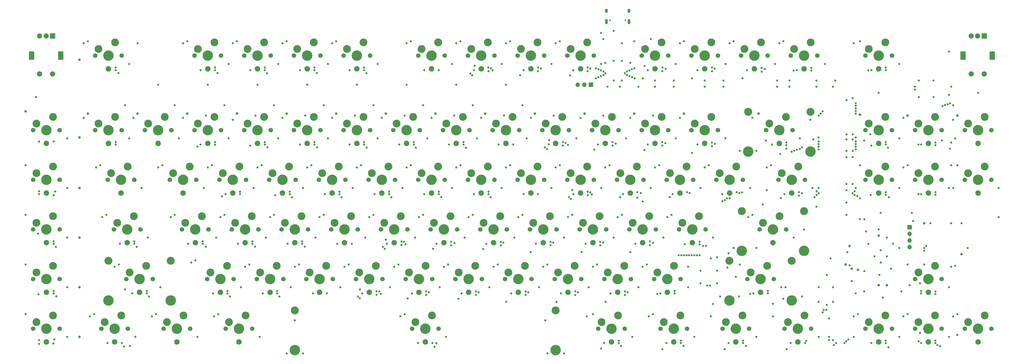
<source format=gts>
%TF.GenerationSoftware,KiCad,Pcbnew,(5.1.10)-1*%
%TF.CreationDate,2021-12-20T12:43:52-05:00*%
%TF.ProjectId,custom_keyboard (f303),63757374-6f6d-45f6-9b65-79626f617264,rev?*%
%TF.SameCoordinates,Original*%
%TF.FileFunction,Soldermask,Top*%
%TF.FilePolarity,Negative*%
%FSLAX46Y46*%
G04 Gerber Fmt 4.6, Leading zero omitted, Abs format (unit mm)*
G04 Created by KiCad (PCBNEW (5.1.10)-1) date 2021-12-20 12:43:52*
%MOMM*%
%LPD*%
G01*
G04 APERTURE LIST*
%ADD10C,1.000000*%
%ADD11C,3.000000*%
%ADD12C,1.750000*%
%ADD13C,4.000000*%
%ADD14C,3.050000*%
%ADD15O,1.700000X1.700000*%
%ADD16R,1.700000X1.700000*%
%ADD17C,2.100000*%
%ADD18C,0.650000*%
%ADD19O,1.000000X2.100000*%
%ADD20O,1.000000X1.600000*%
%ADD21R,2.000000X2.000000*%
%ADD22C,2.000000*%
%ADD23R,2.000000X3.200000*%
%ADD24C,0.800000*%
G04 APERTURE END LIST*
D10*
%TO.C,COL1*%
X104768400Y-190488000D03*
%TD*%
D11*
%TO.C,MX90*%
X448599400Y-267952800D03*
X442249400Y-270492800D03*
D12*
X451139400Y-273032800D03*
X440979400Y-273032800D03*
D13*
X446059400Y-273032800D03*
%TD*%
D11*
%TO.C,MX89*%
X429550600Y-267952800D03*
X423200600Y-270492800D03*
D12*
X432090600Y-273032800D03*
X421930600Y-273032800D03*
D13*
X427010600Y-273032800D03*
%TD*%
D11*
%TO.C,MX88*%
X410501800Y-267952800D03*
X404151800Y-270492800D03*
D12*
X413041800Y-273032800D03*
X402881800Y-273032800D03*
D13*
X407961800Y-273032800D03*
%TD*%
D11*
%TO.C,MX87*%
X379547500Y-267952800D03*
X373197500Y-270492800D03*
D12*
X382087500Y-273032800D03*
X371927500Y-273032800D03*
D13*
X377007500Y-273032800D03*
%TD*%
D11*
%TO.C,MX86*%
X355736500Y-267952800D03*
X349386500Y-270492800D03*
D12*
X358276500Y-273032800D03*
X348116500Y-273032800D03*
D13*
X353196500Y-273032800D03*
%TD*%
D11*
%TO.C,MX85*%
X331925500Y-267952800D03*
X325575500Y-270492800D03*
D12*
X334465500Y-273032800D03*
X324305500Y-273032800D03*
D13*
X329385500Y-273032800D03*
%TD*%
D11*
%TO.C,MX84*%
X308114500Y-267952800D03*
X301764500Y-270492800D03*
D12*
X310654500Y-273032800D03*
X300494500Y-273032800D03*
D13*
X305574500Y-273032800D03*
%TD*%
D14*
%TO.C,MX83*%
X284141500Y-266032800D03*
D13*
X284141500Y-281272800D03*
X184141500Y-281272800D03*
D14*
X184141500Y-266032800D03*
D11*
X236681500Y-267952800D03*
X230331500Y-270492800D03*
D12*
X239221500Y-273032800D03*
X229061500Y-273032800D03*
D13*
X234141500Y-273032800D03*
%TD*%
D11*
%TO.C,MX82*%
X165248500Y-267952800D03*
X158898500Y-270492800D03*
D12*
X167788500Y-273032800D03*
X157628500Y-273032800D03*
D13*
X162708500Y-273032800D03*
%TD*%
D11*
%TO.C,MX81*%
X141437500Y-267952800D03*
X135087500Y-270492800D03*
D12*
X143977500Y-273032800D03*
X133817500Y-273032800D03*
D13*
X138897500Y-273032800D03*
%TD*%
D11*
%TO.C,MX80*%
X117626500Y-267952800D03*
X111276500Y-270492800D03*
D12*
X120166500Y-273032800D03*
X110006500Y-273032800D03*
D13*
X115086500Y-273032800D03*
%TD*%
D11*
%TO.C,MX79*%
X91434400Y-267952800D03*
X85084400Y-270492800D03*
D12*
X93974400Y-273032800D03*
X83814400Y-273032800D03*
D13*
X88894400Y-273032800D03*
%TD*%
D11*
%TO.C,MX78*%
X429550600Y-248904000D03*
X423200600Y-251444000D03*
D12*
X432090600Y-253984000D03*
X421930600Y-253984000D03*
D13*
X427010600Y-253984000D03*
%TD*%
D14*
%TO.C,MX77*%
X374658900Y-246984000D03*
D13*
X374658900Y-262224000D03*
X350782900Y-262224000D03*
D14*
X350782900Y-246984000D03*
D11*
X365260900Y-248904000D03*
X358910900Y-251444000D03*
D12*
X367800900Y-253984000D03*
X357640900Y-253984000D03*
D13*
X362720900Y-253984000D03*
%TD*%
D11*
%TO.C,MX76*%
X329544400Y-248904000D03*
X323194400Y-251444000D03*
D12*
X332084400Y-253984000D03*
X321924400Y-253984000D03*
D13*
X327004400Y-253984000D03*
%TD*%
D11*
%TO.C,MX75*%
X310495600Y-248904000D03*
X304145600Y-251444000D03*
D12*
X313035600Y-253984000D03*
X302875600Y-253984000D03*
D13*
X307955600Y-253984000D03*
%TD*%
D11*
%TO.C,MX74*%
X291446800Y-248904000D03*
X285096800Y-251444000D03*
D12*
X293986800Y-253984000D03*
X283826800Y-253984000D03*
D13*
X288906800Y-253984000D03*
%TD*%
D11*
%TO.C,MX73*%
X272398000Y-248904000D03*
X266048000Y-251444000D03*
D12*
X274938000Y-253984000D03*
X264778000Y-253984000D03*
D13*
X269858000Y-253984000D03*
%TD*%
D11*
%TO.C,MX72*%
X253349200Y-248904000D03*
X246999200Y-251444000D03*
D12*
X255889200Y-253984000D03*
X245729200Y-253984000D03*
D13*
X250809200Y-253984000D03*
%TD*%
D11*
%TO.C,MX71*%
X234300400Y-248904000D03*
X227950400Y-251444000D03*
D12*
X236840400Y-253984000D03*
X226680400Y-253984000D03*
D13*
X231760400Y-253984000D03*
%TD*%
D11*
%TO.C,MX70*%
X215251600Y-248904000D03*
X208901600Y-251444000D03*
D12*
X217791600Y-253984000D03*
X207631600Y-253984000D03*
D13*
X212711600Y-253984000D03*
%TD*%
D11*
%TO.C,MX69*%
X196202800Y-248904000D03*
X189852800Y-251444000D03*
D12*
X198742800Y-253984000D03*
X188582800Y-253984000D03*
D13*
X193662800Y-253984000D03*
%TD*%
D11*
%TO.C,MX68*%
X177154000Y-248904000D03*
X170804000Y-251444000D03*
D12*
X179694000Y-253984000D03*
X169534000Y-253984000D03*
D13*
X174614000Y-253984000D03*
%TD*%
D11*
%TO.C,MX67*%
X158105200Y-248904000D03*
X151755200Y-251444000D03*
D12*
X160645200Y-253984000D03*
X150485200Y-253984000D03*
D13*
X155565200Y-253984000D03*
%TD*%
D14*
%TO.C,MX66*%
X136548900Y-246984000D03*
D13*
X136548900Y-262224000D03*
X112672900Y-262224000D03*
D14*
X112672900Y-246984000D03*
D11*
X127150900Y-248904000D03*
X120800900Y-251444000D03*
D12*
X129690900Y-253984000D03*
X119530900Y-253984000D03*
D13*
X124610900Y-253984000D03*
%TD*%
D11*
%TO.C,MX65*%
X91434400Y-248904000D03*
X85084400Y-251444000D03*
D12*
X93974400Y-253984000D03*
X83814400Y-253984000D03*
D13*
X88894400Y-253984000D03*
%TD*%
D14*
%TO.C,MX64*%
X379421100Y-227935200D03*
D13*
X379421100Y-243175200D03*
X355545100Y-243175200D03*
D14*
X355545100Y-227935200D03*
D11*
X370023100Y-229855200D03*
X363673100Y-232395200D03*
D12*
X372563100Y-234935200D03*
X362403100Y-234935200D03*
D13*
X367483100Y-234935200D03*
%TD*%
D11*
%TO.C,MX63*%
X339068800Y-229855200D03*
X332718800Y-232395200D03*
D12*
X341608800Y-234935200D03*
X331448800Y-234935200D03*
D13*
X336528800Y-234935200D03*
%TD*%
D11*
%TO.C,MX62*%
X320020000Y-229855200D03*
X313670000Y-232395200D03*
D12*
X322560000Y-234935200D03*
X312400000Y-234935200D03*
D13*
X317480000Y-234935200D03*
%TD*%
D11*
%TO.C,MX61*%
X300971200Y-229855200D03*
X294621200Y-232395200D03*
D12*
X303511200Y-234935200D03*
X293351200Y-234935200D03*
D13*
X298431200Y-234935200D03*
%TD*%
D11*
%TO.C,MX60*%
X281922400Y-229855200D03*
X275572400Y-232395200D03*
D12*
X284462400Y-234935200D03*
X274302400Y-234935200D03*
D13*
X279382400Y-234935200D03*
%TD*%
D11*
%TO.C,MX59*%
X262873600Y-229855200D03*
X256523600Y-232395200D03*
D12*
X265413600Y-234935200D03*
X255253600Y-234935200D03*
D13*
X260333600Y-234935200D03*
%TD*%
D11*
%TO.C,MX58*%
X243824800Y-229855200D03*
X237474800Y-232395200D03*
D12*
X246364800Y-234935200D03*
X236204800Y-234935200D03*
D13*
X241284800Y-234935200D03*
%TD*%
D11*
%TO.C,MX57*%
X224776000Y-229855200D03*
X218426000Y-232395200D03*
D12*
X227316000Y-234935200D03*
X217156000Y-234935200D03*
D13*
X222236000Y-234935200D03*
%TD*%
D11*
%TO.C,MX56*%
X205727200Y-229855200D03*
X199377200Y-232395200D03*
D12*
X208267200Y-234935200D03*
X198107200Y-234935200D03*
D13*
X203187200Y-234935200D03*
%TD*%
D11*
%TO.C,MX55*%
X186678400Y-229855200D03*
X180328400Y-232395200D03*
D12*
X189218400Y-234935200D03*
X179058400Y-234935200D03*
D13*
X184138400Y-234935200D03*
%TD*%
D11*
%TO.C,MX54*%
X167629600Y-229855200D03*
X161279600Y-232395200D03*
D12*
X170169600Y-234935200D03*
X160009600Y-234935200D03*
D13*
X165089600Y-234935200D03*
%TD*%
D11*
%TO.C,MX53*%
X148522500Y-229855200D03*
X142172500Y-232395200D03*
D12*
X151062500Y-234935200D03*
X140902500Y-234935200D03*
D13*
X145982500Y-234935200D03*
%TD*%
D11*
%TO.C,MX52*%
X122388700Y-229855200D03*
X116038700Y-232395200D03*
D12*
X124928700Y-234935200D03*
X114768700Y-234935200D03*
D13*
X119848700Y-234935200D03*
%TD*%
D11*
%TO.C,MX51*%
X91434400Y-229855200D03*
X85084400Y-232395200D03*
D12*
X93974400Y-234935200D03*
X83814400Y-234935200D03*
D13*
X88894400Y-234935200D03*
%TD*%
D11*
%TO.C,MX50*%
X448599400Y-210806400D03*
X442249400Y-213346400D03*
D12*
X451139400Y-215886400D03*
X440979400Y-215886400D03*
D13*
X446059400Y-215886400D03*
%TD*%
D11*
%TO.C,MX49*%
X429550600Y-210806400D03*
X423200600Y-213346400D03*
D12*
X432090600Y-215886400D03*
X421930600Y-215886400D03*
D13*
X427010600Y-215886400D03*
%TD*%
D11*
%TO.C,MX48*%
X410501800Y-210806400D03*
X404151800Y-213346400D03*
D12*
X413041800Y-215886400D03*
X402881800Y-215886400D03*
D13*
X407961800Y-215886400D03*
%TD*%
D11*
%TO.C,MX47*%
X377166400Y-210806400D03*
X370816400Y-213346400D03*
D12*
X379706400Y-215886400D03*
X369546400Y-215886400D03*
D13*
X374626400Y-215886400D03*
%TD*%
D11*
%TO.C,MX46*%
X353355400Y-210806400D03*
X347005400Y-213346400D03*
D12*
X355895400Y-215886400D03*
X345735400Y-215886400D03*
D13*
X350815400Y-215886400D03*
%TD*%
D11*
%TO.C,MX45*%
X334306600Y-210806400D03*
X327956600Y-213346400D03*
D12*
X336846600Y-215886400D03*
X326686600Y-215886400D03*
D13*
X331766600Y-215886400D03*
%TD*%
D11*
%TO.C,MX44*%
X315257800Y-210806400D03*
X308907800Y-213346400D03*
D12*
X317797800Y-215886400D03*
X307637800Y-215886400D03*
D13*
X312717800Y-215886400D03*
%TD*%
D11*
%TO.C,MX43*%
X296209000Y-210806400D03*
X289859000Y-213346400D03*
D12*
X298749000Y-215886400D03*
X288589000Y-215886400D03*
D13*
X293669000Y-215886400D03*
%TD*%
D11*
%TO.C,MX42*%
X277160200Y-210806400D03*
X270810200Y-213346400D03*
D12*
X279700200Y-215886400D03*
X269540200Y-215886400D03*
D13*
X274620200Y-215886400D03*
%TD*%
D11*
%TO.C,MX41*%
X258111400Y-210806400D03*
X251761400Y-213346400D03*
D12*
X260651400Y-215886400D03*
X250491400Y-215886400D03*
D13*
X255571400Y-215886400D03*
%TD*%
D11*
%TO.C,MX40*%
X239062600Y-210806400D03*
X232712600Y-213346400D03*
D12*
X241602600Y-215886400D03*
X231442600Y-215886400D03*
D13*
X236522600Y-215886400D03*
%TD*%
D11*
%TO.C,MX39*%
X220013800Y-210806400D03*
X213663800Y-213346400D03*
D12*
X222553800Y-215886400D03*
X212393800Y-215886400D03*
D13*
X217473800Y-215886400D03*
%TD*%
D11*
%TO.C,MX38*%
X200965000Y-210806400D03*
X194615000Y-213346400D03*
D12*
X203505000Y-215886400D03*
X193345000Y-215886400D03*
D13*
X198425000Y-215886400D03*
%TD*%
D11*
%TO.C,MX37*%
X181916200Y-210806400D03*
X175566200Y-213346400D03*
D12*
X184456200Y-215886400D03*
X174296200Y-215886400D03*
D13*
X179376200Y-215886400D03*
%TD*%
D11*
%TO.C,MX36*%
X162867400Y-210806400D03*
X156517400Y-213346400D03*
D12*
X165407400Y-215886400D03*
X155247400Y-215886400D03*
D13*
X160327400Y-215886400D03*
%TD*%
D11*
%TO.C,MX35*%
X143818600Y-210806400D03*
X137468600Y-213346400D03*
D12*
X146358600Y-215886400D03*
X136198600Y-215886400D03*
D13*
X141278600Y-215886400D03*
%TD*%
D11*
%TO.C,MX34*%
X120007600Y-210806400D03*
X113657600Y-213346400D03*
D12*
X122547600Y-215886400D03*
X112387600Y-215886400D03*
D13*
X117467600Y-215886400D03*
%TD*%
D11*
%TO.C,MX33*%
X91434400Y-210806400D03*
X85084400Y-213346400D03*
D12*
X93974400Y-215886400D03*
X83814400Y-215886400D03*
D13*
X88894400Y-215886400D03*
%TD*%
D11*
%TO.C,MX32*%
X448599400Y-191757600D03*
X442249400Y-194297600D03*
D12*
X451139400Y-196837600D03*
X440979400Y-196837600D03*
D13*
X446059400Y-196837600D03*
%TD*%
D11*
%TO.C,MX31*%
X429550600Y-191757600D03*
X423200600Y-194297600D03*
D12*
X432090600Y-196837600D03*
X421930600Y-196837600D03*
D13*
X427010600Y-196837600D03*
%TD*%
D11*
%TO.C,MX30*%
X410501800Y-191757600D03*
X404151800Y-194297600D03*
D12*
X413041800Y-196837600D03*
X402881800Y-196837600D03*
D13*
X407961800Y-196837600D03*
%TD*%
D14*
%TO.C,MX29*%
X381802200Y-189837600D03*
D13*
X381802200Y-205077600D03*
X357926200Y-205077600D03*
D14*
X357926200Y-189837600D03*
D11*
X372404200Y-191757600D03*
X366054200Y-194297600D03*
D12*
X374944200Y-196837600D03*
X364784200Y-196837600D03*
D13*
X369864200Y-196837600D03*
%TD*%
D11*
%TO.C,MX28*%
X343831000Y-191757600D03*
X337481000Y-194297600D03*
D12*
X346371000Y-196837600D03*
X336211000Y-196837600D03*
D13*
X341291000Y-196837600D03*
%TD*%
D11*
%TO.C,MX27*%
X324782200Y-191757600D03*
X318432200Y-194297600D03*
D12*
X327322200Y-196837600D03*
X317162200Y-196837600D03*
D13*
X322242200Y-196837600D03*
%TD*%
D11*
%TO.C,MX26*%
X305733400Y-191757600D03*
X299383400Y-194297600D03*
D12*
X308273400Y-196837600D03*
X298113400Y-196837600D03*
D13*
X303193400Y-196837600D03*
%TD*%
D11*
%TO.C,MX25*%
X286684600Y-191757600D03*
X280334600Y-194297600D03*
D12*
X289224600Y-196837600D03*
X279064600Y-196837600D03*
D13*
X284144600Y-196837600D03*
%TD*%
D11*
%TO.C,MX24*%
X267635800Y-191757600D03*
X261285800Y-194297600D03*
D12*
X270175800Y-196837600D03*
X260015800Y-196837600D03*
D13*
X265095800Y-196837600D03*
%TD*%
D11*
%TO.C,MX23*%
X248587000Y-191757600D03*
X242237000Y-194297600D03*
D12*
X251127000Y-196837600D03*
X240967000Y-196837600D03*
D13*
X246047000Y-196837600D03*
%TD*%
D11*
%TO.C,MX22*%
X229538200Y-191757600D03*
X223188200Y-194297600D03*
D12*
X232078200Y-196837600D03*
X221918200Y-196837600D03*
D13*
X226998200Y-196837600D03*
%TD*%
D11*
%TO.C,MX21*%
X210489400Y-191757600D03*
X204139400Y-194297600D03*
D12*
X213029400Y-196837600D03*
X202869400Y-196837600D03*
D13*
X207949400Y-196837600D03*
%TD*%
D11*
%TO.C,MX20*%
X191440600Y-191757600D03*
X185090600Y-194297600D03*
D12*
X193980600Y-196837600D03*
X183820600Y-196837600D03*
D13*
X188900600Y-196837600D03*
%TD*%
D11*
%TO.C,MX19*%
X172391800Y-191757600D03*
X166041800Y-194297600D03*
D12*
X174931800Y-196837600D03*
X164771800Y-196837600D03*
D13*
X169851800Y-196837600D03*
%TD*%
D11*
%TO.C,MX18*%
X153343000Y-191757600D03*
X146993000Y-194297600D03*
D12*
X155883000Y-196837600D03*
X145723000Y-196837600D03*
D13*
X150803000Y-196837600D03*
%TD*%
D11*
%TO.C,MX17*%
X134294200Y-191757600D03*
X127944200Y-194297600D03*
D12*
X136834200Y-196837600D03*
X126674200Y-196837600D03*
D13*
X131754200Y-196837600D03*
%TD*%
D11*
%TO.C,MX16*%
X115245400Y-191757600D03*
X108895400Y-194297600D03*
D12*
X117785400Y-196837600D03*
X107625400Y-196837600D03*
D13*
X112705400Y-196837600D03*
%TD*%
D11*
%TO.C,MX15*%
X91434400Y-191757600D03*
X85084400Y-194297600D03*
D12*
X93974400Y-196837600D03*
X83814400Y-196837600D03*
D13*
X88894400Y-196837600D03*
%TD*%
D11*
%TO.C,MX14*%
X410501800Y-163184400D03*
X404151800Y-165724400D03*
D12*
X413041800Y-168264400D03*
X402881800Y-168264400D03*
D13*
X407961800Y-168264400D03*
%TD*%
D11*
%TO.C,MX13*%
X381928600Y-163184400D03*
X375578600Y-165724400D03*
D12*
X384468600Y-168264400D03*
X374308600Y-168264400D03*
D13*
X379388600Y-168264400D03*
%TD*%
D11*
%TO.C,MX12*%
X362879800Y-163184400D03*
X356529800Y-165724400D03*
D12*
X365419800Y-168264400D03*
X355259800Y-168264400D03*
D13*
X360339800Y-168264400D03*
%TD*%
D11*
%TO.C,MX11*%
X343831000Y-163184400D03*
X337481000Y-165724400D03*
D12*
X346371000Y-168264400D03*
X336211000Y-168264400D03*
D13*
X341291000Y-168264400D03*
%TD*%
D11*
%TO.C,MX10*%
X324782200Y-163184400D03*
X318432200Y-165724400D03*
D12*
X327322200Y-168264400D03*
X317162200Y-168264400D03*
D13*
X322242200Y-168264400D03*
%TD*%
D11*
%TO.C,MX9*%
X296209000Y-163184400D03*
X289859000Y-165724400D03*
D12*
X298749000Y-168264400D03*
X288589000Y-168264400D03*
D13*
X293669000Y-168264400D03*
%TD*%
D11*
%TO.C,MX8*%
X277160200Y-163184400D03*
X270810200Y-165724400D03*
D12*
X279700200Y-168264400D03*
X269540200Y-168264400D03*
D13*
X274620200Y-168264400D03*
%TD*%
D11*
%TO.C,MX7*%
X258111400Y-163184400D03*
X251761400Y-165724400D03*
D12*
X260651400Y-168264400D03*
X250491400Y-168264400D03*
D13*
X255571400Y-168264400D03*
%TD*%
D11*
%TO.C,MX6*%
X239062600Y-163184400D03*
X232712600Y-165724400D03*
D12*
X241602600Y-168264400D03*
X231442600Y-168264400D03*
D13*
X236522600Y-168264400D03*
%TD*%
D11*
%TO.C,MX5*%
X210489400Y-163184400D03*
X204139400Y-165724400D03*
D12*
X213029400Y-168264400D03*
X202869400Y-168264400D03*
D13*
X207949400Y-168264400D03*
%TD*%
D11*
%TO.C,MX4*%
X191440600Y-163184400D03*
X185090600Y-165724400D03*
D12*
X193980600Y-168264400D03*
X183820600Y-168264400D03*
D13*
X188900600Y-168264400D03*
%TD*%
D11*
%TO.C,MX3*%
X172391800Y-163184400D03*
X166041800Y-165724400D03*
D12*
X174931800Y-168264400D03*
X164771800Y-168264400D03*
D13*
X169851800Y-168264400D03*
%TD*%
D11*
%TO.C,MX2*%
X153343000Y-163184400D03*
X146993000Y-165724400D03*
D12*
X155883000Y-168264400D03*
X145723000Y-168264400D03*
D13*
X150803000Y-168264400D03*
%TD*%
D11*
%TO.C,MX1*%
X115245400Y-163184400D03*
X108895400Y-165724400D03*
D12*
X117785400Y-168264400D03*
X107625400Y-168264400D03*
D13*
X112705400Y-168264400D03*
%TD*%
D15*
%TO.C,J3*%
X292557500Y-179376200D03*
X295097500Y-179376200D03*
D16*
X297637500Y-179376200D03*
%TD*%
D10*
%TO.C,RST1*%
X425423200Y-232554100D03*
%TD*%
D17*
%TO.C,LED64*%
X367483100Y-240010200D03*
%TD*%
%TO.C,LED63*%
X336528800Y-240010200D03*
%TD*%
%TO.C,LED62*%
X317480000Y-240010200D03*
%TD*%
%TO.C,LED61*%
X298431200Y-240010200D03*
%TD*%
%TO.C,LED60*%
X279382400Y-240010200D03*
%TD*%
%TO.C,LED59*%
X260333600Y-240010200D03*
%TD*%
%TO.C,LED58*%
X241284800Y-240010200D03*
%TD*%
%TO.C,LED57*%
X222236000Y-240010200D03*
%TD*%
%TO.C,LED56*%
X203187200Y-240010200D03*
%TD*%
%TO.C,LED55*%
X184138400Y-240010200D03*
%TD*%
%TO.C,LED54*%
X165089600Y-240010200D03*
%TD*%
%TO.C,LED53*%
X146040800Y-240010200D03*
%TD*%
%TO.C,LED52*%
X119848700Y-240010200D03*
%TD*%
%TO.C,LED51*%
X88894400Y-240010200D03*
%TD*%
%TO.C,LED50*%
X117467600Y-220961400D03*
%TD*%
%TO.C,LED49*%
X88894400Y-220961400D03*
%TD*%
%TO.C,LED90*%
X162708500Y-278107800D03*
%TD*%
%TO.C,LED89*%
X234141500Y-278107800D03*
%TD*%
%TO.C,LED88*%
X377007500Y-278107800D03*
%TD*%
%TO.C,LED87*%
X353196500Y-278107800D03*
%TD*%
%TO.C,LED86*%
X329385500Y-278107800D03*
%TD*%
%TO.C,LED85*%
X305574500Y-278107800D03*
%TD*%
%TO.C,LED84*%
X407961800Y-278107800D03*
%TD*%
%TO.C,LED83*%
X427010600Y-278107800D03*
%TD*%
%TO.C,LED82*%
X427010600Y-259059000D03*
%TD*%
%TO.C,LED81*%
X446059400Y-278107800D03*
%TD*%
%TO.C,LED32*%
X131754200Y-201912600D03*
%TD*%
%TO.C,LED31*%
X150803000Y-201912600D03*
%TD*%
%TO.C,LED30*%
X169851800Y-201912600D03*
%TD*%
%TO.C,LED29*%
X188900600Y-201912600D03*
%TD*%
%TO.C,LED28*%
X207949400Y-201912600D03*
%TD*%
%TO.C,LED27*%
X226998200Y-201912600D03*
%TD*%
%TO.C,LED26*%
X246047000Y-201912600D03*
%TD*%
%TO.C,LED25*%
X265095800Y-201912600D03*
%TD*%
%TO.C,LED24*%
X284144600Y-201912600D03*
%TD*%
%TO.C,LED23*%
X303193400Y-201912600D03*
%TD*%
%TO.C,LED22*%
X322242200Y-201912600D03*
%TD*%
%TO.C,LED21*%
X341291000Y-201912600D03*
%TD*%
%TO.C,LED20*%
X369864200Y-201912600D03*
%TD*%
%TO.C,LED19*%
X407961800Y-201912600D03*
%TD*%
%TO.C,LED18*%
X427010600Y-201912600D03*
%TD*%
%TO.C,LED17*%
X446059400Y-201912600D03*
%TD*%
D10*
%TO.C,COL13*%
X333354000Y-190488000D03*
%TD*%
D17*
%TO.C,LED1*%
X88894400Y-201912600D03*
%TD*%
%TO.C,LED2*%
X112705400Y-201912600D03*
%TD*%
%TO.C,LED80*%
X362720900Y-259059000D03*
%TD*%
%TO.C,LED79*%
X327004400Y-259059000D03*
%TD*%
%TO.C,LED78*%
X307955600Y-259059000D03*
%TD*%
%TO.C,LED77*%
X288906800Y-259059000D03*
%TD*%
%TO.C,LED76*%
X269858000Y-259059000D03*
%TD*%
%TO.C,LED75*%
X250809200Y-259059000D03*
%TD*%
%TO.C,LED74*%
X231760400Y-259059000D03*
%TD*%
%TO.C,LED73*%
X212711600Y-259059000D03*
%TD*%
%TO.C,LED72*%
X193662800Y-259059000D03*
%TD*%
%TO.C,LED71*%
X174614000Y-259059000D03*
%TD*%
%TO.C,LED70*%
X155565200Y-259059000D03*
%TD*%
%TO.C,LED69*%
X124610900Y-259059000D03*
%TD*%
%TO.C,LED68*%
X88894400Y-259059000D03*
%TD*%
%TO.C,LED67*%
X138897500Y-278107800D03*
%TD*%
%TO.C,LED66*%
X115086500Y-278107800D03*
%TD*%
%TO.C,LED65*%
X88894400Y-278107800D03*
%TD*%
%TO.C,LED48*%
X446059400Y-220961400D03*
%TD*%
%TO.C,LED47*%
X427010600Y-220961400D03*
%TD*%
%TO.C,LED46*%
X407961800Y-220961400D03*
%TD*%
%TO.C,LED45*%
X374626400Y-220961400D03*
%TD*%
%TO.C,LED44*%
X350815400Y-220961400D03*
%TD*%
%TO.C,LED43*%
X331766600Y-220961400D03*
%TD*%
%TO.C,LED42*%
X312717800Y-220961400D03*
%TD*%
%TO.C,LED41*%
X293669000Y-220961400D03*
%TD*%
%TO.C,LED40*%
X274620200Y-220961400D03*
%TD*%
%TO.C,LED39*%
X255571400Y-220961400D03*
%TD*%
%TO.C,LED38*%
X236522600Y-220961400D03*
%TD*%
%TO.C,LED37*%
X217473800Y-220961400D03*
%TD*%
%TO.C,LED36*%
X198425000Y-220961400D03*
%TD*%
%TO.C,LED35*%
X179376200Y-220961400D03*
%TD*%
%TO.C,LED34*%
X160327400Y-220961400D03*
%TD*%
%TO.C,LED33*%
X141278600Y-220961400D03*
%TD*%
%TO.C,LED16*%
X407961800Y-173339400D03*
%TD*%
%TO.C,LED15*%
X379388600Y-173339400D03*
%TD*%
%TO.C,LED14*%
X360339800Y-173339400D03*
%TD*%
%TO.C,LED13*%
X341291000Y-173339400D03*
%TD*%
%TO.C,LED12*%
X322242200Y-173339400D03*
%TD*%
%TO.C,LED11*%
X293669000Y-173339400D03*
%TD*%
%TO.C,LED10*%
X274620200Y-173339400D03*
%TD*%
%TO.C,LED9*%
X255571400Y-173339400D03*
%TD*%
%TO.C,LED8*%
X236522600Y-173339400D03*
%TD*%
%TO.C,LED7*%
X207949400Y-173339400D03*
%TD*%
%TO.C,LED6*%
X188900600Y-173339400D03*
%TD*%
%TO.C,LED5*%
X169851800Y-173339400D03*
%TD*%
%TO.C,LED4*%
X150803000Y-173339400D03*
%TD*%
%TO.C,LED3*%
X112705400Y-173339400D03*
%TD*%
D10*
%TO.C,COL15*%
X400818500Y-190884850D03*
%TD*%
D18*
%TO.C,USB1*%
X310845600Y-154671900D03*
X305065600Y-154671900D03*
D19*
X303635600Y-155201900D03*
X312275600Y-155201900D03*
D20*
X303635600Y-151021900D03*
X312275600Y-151021900D03*
%TD*%
D10*
%TO.C,ENCB1*%
X400024800Y-250412350D03*
%TD*%
%TO.C,X2*%
X407961800Y-256365100D03*
%TD*%
%TO.C,X1*%
X411136600Y-256365100D03*
%TD*%
D15*
%TO.C,J1*%
X419867300Y-241761500D03*
X419867300Y-239221500D03*
X419867300Y-236681500D03*
D16*
X419867300Y-234141500D03*
%TD*%
D10*
%TO.C,ENCB2*%
X395262600Y-248428100D03*
%TD*%
%TO.C,ENCA1*%
X397643700Y-250015500D03*
%TD*%
%TO.C,BOOT1*%
X396850000Y-241284800D03*
%TD*%
%TO.C,BOOT0*%
X439709800Y-244459600D03*
%TD*%
D21*
%TO.C,ROT2*%
X448440500Y-160724250D03*
D22*
X445940500Y-160724250D03*
X443440500Y-160724250D03*
D23*
X451540500Y-168224250D03*
X440340500Y-168224250D03*
D22*
X448440500Y-175224250D03*
X443440500Y-175224250D03*
%TD*%
D10*
%TO.C,COL2*%
X123817200Y-190488000D03*
%TD*%
%TO.C,COL14*%
X361927200Y-190488000D03*
%TD*%
%TO.C,A10*%
X407961800Y-237316300D03*
%TD*%
%TO.C,COL11*%
X295256400Y-190488000D03*
%TD*%
%TO.C,COL10*%
X276207600Y-190488000D03*
%TD*%
%TO.C,COL9*%
X257158800Y-190488000D03*
%TD*%
%TO.C,COL8*%
X238110000Y-190488000D03*
%TD*%
%TO.C,COL7*%
X219061200Y-190488000D03*
%TD*%
%TO.C,COL6*%
X200012400Y-190488000D03*
%TD*%
%TO.C,COL5*%
X180963600Y-190488000D03*
%TD*%
%TO.C,COL4*%
X161914800Y-190488000D03*
%TD*%
%TO.C,COL17*%
X438122400Y-191281700D03*
%TD*%
%TO.C,COL16*%
X419073600Y-191281700D03*
%TD*%
%TO.C,ROW0*%
X101593600Y-169851800D03*
%TD*%
%TO.C,ROW1*%
X101593600Y-199615550D03*
%TD*%
%TO.C,ROW2*%
X101593600Y-219061200D03*
%TD*%
%TO.C,ROW3*%
X101593600Y-238110000D03*
%TD*%
%TO.C,ROW4*%
X101593600Y-257158800D03*
%TD*%
%TO.C,ROW5*%
X101593600Y-276207600D03*
%TD*%
%TO.C,COL0*%
X80957400Y-189694300D03*
%TD*%
%TO.C,COL3*%
X142866000Y-190488000D03*
%TD*%
%TO.C,COL12*%
X314305200Y-190488000D03*
%TD*%
D21*
%TO.C,ROT1*%
X91275500Y-160724250D03*
D22*
X88775500Y-160724250D03*
X86275500Y-160724250D03*
D23*
X94375500Y-168224250D03*
X83175500Y-168224250D03*
D22*
X91275500Y-175224250D03*
X86275500Y-175224250D03*
%TD*%
D24*
X409549200Y-261127300D03*
X453996400Y-219061200D03*
X150009300Y-191281700D03*
X169058100Y-191281700D03*
X188106900Y-191281700D03*
X207155700Y-191281700D03*
X226204500Y-191281700D03*
X245253300Y-191281700D03*
X264302100Y-191281700D03*
X283350900Y-191281700D03*
X302399700Y-191281700D03*
X321448500Y-191281700D03*
X312717800Y-192075400D03*
X293669000Y-192075400D03*
X274620200Y-192075400D03*
X255571400Y-192075400D03*
X236522600Y-192075400D03*
X217473800Y-192075400D03*
X198425000Y-192075400D03*
X179376200Y-192075400D03*
X160327400Y-192869100D03*
X141278600Y-192075400D03*
X122229800Y-192075400D03*
X103181000Y-192075400D03*
X320654800Y-161914800D03*
X402405900Y-258746200D03*
X416692500Y-258746200D03*
X131754200Y-211124200D03*
X150803000Y-211124200D03*
X169851800Y-211124200D03*
X188900600Y-211124200D03*
X207949400Y-211124200D03*
X226998200Y-211124200D03*
X246047000Y-211124200D03*
X265095800Y-211124200D03*
X284144600Y-211124200D03*
X303193400Y-211124200D03*
X322242200Y-211124200D03*
X341291000Y-211124200D03*
X365102000Y-211124200D03*
X327004400Y-230173000D03*
X357958700Y-230173000D03*
X307955600Y-230173000D03*
X288906800Y-230173000D03*
X269858000Y-230173000D03*
X250809200Y-230173000D03*
X231760400Y-230173000D03*
X212711600Y-230173000D03*
X193662800Y-230173000D03*
X174614000Y-230173000D03*
X155565200Y-230173000D03*
X136516400Y-230173000D03*
X110324300Y-230173000D03*
X103181000Y-163502200D03*
X141278600Y-163502200D03*
X160327400Y-163502200D03*
X179376200Y-163502200D03*
X198425000Y-163502200D03*
X226998200Y-163502200D03*
X246047000Y-163502200D03*
X265095800Y-163502200D03*
X284144600Y-163502200D03*
X331766600Y-163502200D03*
X350815400Y-163502200D03*
X369864200Y-163502200D03*
X398437400Y-163502200D03*
X417486200Y-192075400D03*
X359546100Y-192075400D03*
X105562100Y-268270600D03*
X129373100Y-268270600D03*
X115086500Y-249221800D03*
X153184100Y-268270600D03*
X144453400Y-247634400D03*
X165089600Y-249221800D03*
X184138400Y-249221800D03*
X203187200Y-249221800D03*
X224617100Y-268270600D03*
X222236000Y-249221800D03*
X241284800Y-249221800D03*
X260333600Y-249221800D03*
X279382400Y-249221800D03*
X298431200Y-249221800D03*
X296050100Y-268270600D03*
X317480000Y-249221800D03*
X319861100Y-268270600D03*
X343672100Y-268270600D03*
X367483100Y-268270600D03*
X353196500Y-253190300D03*
X398437400Y-268270600D03*
X417486200Y-268270600D03*
X436535000Y-268270600D03*
X107943200Y-211124200D03*
X184138400Y-269858000D03*
X280176100Y-269858000D03*
X381769700Y-192869100D03*
X404787000Y-198425000D03*
X398040550Y-217473800D03*
X395659450Y-217473800D03*
X398040550Y-207155700D03*
X395659450Y-207155700D03*
X395659450Y-198425000D03*
X398040550Y-198425000D03*
X384150800Y-226204500D03*
X379388600Y-234935200D03*
X434947600Y-166677000D03*
X123817200Y-163502200D03*
X119055000Y-187313200D03*
X138103800Y-187313200D03*
X157152600Y-187313200D03*
X176201400Y-187313200D03*
X195250200Y-187313200D03*
X214299000Y-187313200D03*
X233347800Y-187313200D03*
X252396600Y-187313200D03*
X271445400Y-187313200D03*
X131754200Y-179376200D03*
X150803000Y-179376200D03*
X169851800Y-179376200D03*
X188900600Y-179376200D03*
X207949400Y-179376200D03*
X226998200Y-179376200D03*
X246047000Y-179376200D03*
X265095800Y-179376200D03*
X446059400Y-182551000D03*
X407961800Y-182551000D03*
X384150800Y-177788800D03*
X391294100Y-177788800D03*
X384150800Y-180169900D03*
X390500400Y-180169900D03*
X395659450Y-224617100D03*
X408755500Y-228585600D03*
X417486200Y-211124200D03*
X435741300Y-210330500D03*
X423835800Y-255571400D03*
X399231100Y-259539900D03*
X406374400Y-245253300D03*
X408755500Y-242872200D03*
X408755500Y-247634400D03*
X411136600Y-245253300D03*
X358752400Y-219061200D03*
X382563400Y-219061200D03*
X415898800Y-219061200D03*
X434947600Y-219061200D03*
X339703600Y-219061200D03*
X320654800Y-219061200D03*
X301606000Y-219061200D03*
X282557200Y-219061200D03*
X263508400Y-219061200D03*
X244459600Y-219061200D03*
X225410800Y-219061200D03*
X206362000Y-219061200D03*
X187313200Y-219061200D03*
X168264400Y-219061200D03*
X149215600Y-219061200D03*
X125404600Y-219061200D03*
X96831400Y-219061200D03*
X96831400Y-238110000D03*
X153977800Y-238110000D03*
X173026600Y-238110000D03*
X192075400Y-238110000D03*
X211124200Y-238110000D03*
X230173000Y-238110000D03*
X249221800Y-238110000D03*
X268270600Y-238110000D03*
X287319400Y-238110000D03*
X306368200Y-238110000D03*
X325417000Y-238110000D03*
X344465800Y-238110000D03*
X375420100Y-238110000D03*
X370657900Y-257158800D03*
X434947600Y-257158800D03*
X434947600Y-276207600D03*
X415898800Y-276207600D03*
X384944500Y-276207600D03*
X361133500Y-276207600D03*
X337322500Y-276207600D03*
X313511500Y-276207600D03*
X315892600Y-257158800D03*
X296843800Y-257158800D03*
X277795000Y-257158800D03*
X258746200Y-257158800D03*
X239697400Y-257158800D03*
X242078500Y-276207600D03*
X220648600Y-257158800D03*
X201599800Y-257158800D03*
X182551000Y-257158800D03*
X170645500Y-276207600D03*
X163502200Y-257158800D03*
X132547900Y-257158800D03*
X146834500Y-276207600D03*
X123023500Y-276207600D03*
X96831400Y-257158800D03*
X96831400Y-276207600D03*
X425423200Y-248428100D03*
X435741300Y-249221800D03*
X435741300Y-232554100D03*
X400818500Y-230966700D03*
X400818500Y-223029700D03*
X280969800Y-282557200D03*
X287319400Y-282557200D03*
X180963600Y-282557200D03*
X187313200Y-282557200D03*
X315892600Y-180169900D03*
X329385500Y-180169900D03*
X322242200Y-180169900D03*
X329385500Y-177788800D03*
X322242200Y-177788800D03*
X348434300Y-180169900D03*
X348434300Y-177788800D03*
X341291000Y-177788800D03*
X341291000Y-180169900D03*
X369070500Y-180169900D03*
X373832700Y-180169900D03*
X369070500Y-177788800D03*
X373832700Y-177788800D03*
X453996400Y-230173000D03*
X368276800Y-171439200D03*
X349228000Y-171439200D03*
X387325600Y-171439200D03*
X309543000Y-177788800D03*
X306368200Y-177788800D03*
X308749300Y-180169900D03*
X330179200Y-171439200D03*
X301606000Y-171439200D03*
X282557200Y-171439200D03*
X263508400Y-171439200D03*
X244459600Y-171439200D03*
X215886400Y-171439200D03*
X196837600Y-171439200D03*
X177788800Y-171439200D03*
X158740000Y-171439200D03*
X120642400Y-171439200D03*
X331766600Y-192075400D03*
X84925900Y-184138400D03*
X120642400Y-200012400D03*
X395659450Y-185328950D03*
X398040550Y-184535250D03*
X415898800Y-200012400D03*
X432169650Y-200806100D03*
X402405900Y-200806100D03*
X395659450Y-200409250D03*
X398040550Y-200409250D03*
X377801200Y-200012400D03*
X349228000Y-200012400D03*
X364705150Y-200806100D03*
X330179200Y-200012400D03*
X311130400Y-200012400D03*
X292081600Y-200012400D03*
X273032800Y-200012400D03*
X253984000Y-200012400D03*
X234935200Y-200012400D03*
X215886400Y-200012400D03*
X196837600Y-200012400D03*
X177788800Y-200012400D03*
X158740000Y-200012400D03*
X139691200Y-200012400D03*
X382960250Y-200409250D03*
X354783900Y-204774600D03*
X361133500Y-204774600D03*
X423438950Y-177788800D03*
X423438950Y-184138400D03*
X428994850Y-177788800D03*
X428994850Y-184138400D03*
X398040550Y-204774600D03*
X395659450Y-204774600D03*
X436535000Y-192869100D03*
X415898800Y-171439200D03*
X434947600Y-183344700D03*
X339703600Y-255571400D03*
X346053200Y-255571400D03*
X442090900Y-242078500D03*
X365102000Y-219854900D03*
X317480000Y-224220250D03*
X395659450Y-219854900D03*
X346053200Y-250809200D03*
X350418550Y-244062750D03*
X352402800Y-242078500D03*
X350021700Y-249618650D03*
X361133500Y-242078500D03*
X384944500Y-257158800D03*
X390500400Y-257158800D03*
X384944500Y-262714700D03*
X390500400Y-262714700D03*
X346053200Y-245650150D03*
X347243750Y-260730450D03*
X354387050Y-260730450D03*
X334941400Y-257158800D03*
X96831400Y-200012400D03*
X85719600Y-236522600D03*
X119055000Y-257952500D03*
X378594900Y-260730450D03*
X371451600Y-261524150D03*
X339703600Y-250809200D03*
X388913000Y-269064300D03*
X423835800Y-274620200D03*
X388913000Y-277398150D03*
X403199600Y-235728900D03*
X318273700Y-172232900D03*
X395659450Y-229379300D03*
X427804300Y-232554100D03*
X334941400Y-249221800D03*
X303987100Y-180169900D03*
X309543000Y-170248650D03*
X306368200Y-170248650D03*
X127785700Y-238110000D03*
X403993300Y-240491100D03*
X412724000Y-250015500D03*
X413517700Y-240491100D03*
X402521703Y-250925003D03*
X408280500Y-252396600D03*
X421179710Y-231760400D03*
X130960500Y-267476900D03*
X138103800Y-229379300D03*
X133341600Y-210330500D03*
X146040800Y-246840700D03*
X104768400Y-162708500D03*
X109530600Y-210330500D03*
X111911700Y-229379300D03*
X116673900Y-248428100D03*
X107149500Y-267476900D03*
X152390400Y-210330500D03*
X157152600Y-229379300D03*
X166677000Y-248428100D03*
X154771500Y-267476900D03*
X142866000Y-162708500D03*
X399231100Y-219061200D03*
X384944500Y-219061200D03*
X426216900Y-241284800D03*
X436497380Y-219061200D03*
X419867300Y-256365100D03*
X372245300Y-257158800D03*
X425423200Y-242078500D03*
X303193400Y-171042350D03*
X312717800Y-171042350D03*
X436535000Y-187313200D03*
X396850000Y-248728300D03*
X389566027Y-246060400D03*
X388913000Y-276207600D03*
X398437400Y-276207600D03*
X437260000Y-248940753D03*
X438122400Y-275413900D03*
X171439200Y-210330500D03*
X176201400Y-229379300D03*
X185725800Y-248428100D03*
X161914800Y-162708500D03*
X190488000Y-210330500D03*
X195250200Y-229379300D03*
X204774600Y-248428100D03*
X180963600Y-162708500D03*
X209536800Y-210330500D03*
X214299000Y-229379300D03*
X223823400Y-248428100D03*
X226204500Y-267476900D03*
X200012400Y-162708500D03*
X228585600Y-210330500D03*
X233347800Y-229379300D03*
X242872200Y-248428100D03*
X228585600Y-162708500D03*
X247634400Y-210330500D03*
X252396600Y-229379300D03*
X261921000Y-248428100D03*
X247634400Y-162708500D03*
X385738200Y-190488000D03*
X384944500Y-191281700D03*
X439709800Y-232554100D03*
X438122400Y-267476900D03*
X438122400Y-210330500D03*
X419073600Y-210330500D03*
X419073600Y-267476900D03*
X419073600Y-248428100D03*
X425435851Y-243091154D03*
X437328700Y-200012400D03*
X399231100Y-199615550D03*
X384944500Y-199615550D03*
X266683200Y-210330500D03*
X271445400Y-229379300D03*
X280969800Y-248428100D03*
X266683200Y-162708500D03*
X285732000Y-210330500D03*
X300018600Y-248428100D03*
X290494200Y-229379300D03*
X285732000Y-162708500D03*
X298431200Y-267476900D03*
X309543000Y-229379300D03*
X319067400Y-248428100D03*
X321448500Y-267476900D03*
X304780800Y-210330500D03*
X314305200Y-162708500D03*
X328591800Y-229379300D03*
X323829600Y-210330500D03*
X333354000Y-162708500D03*
X342878400Y-210330500D03*
X352402800Y-162708500D03*
X344426827Y-263547373D03*
X354783900Y-248428100D03*
X359546100Y-229379300D03*
X366689400Y-210330500D03*
X371451600Y-162708500D03*
X363514600Y-225410800D03*
X367483100Y-263508400D03*
X400024800Y-267476900D03*
X400818500Y-210330500D03*
X400818500Y-162708500D03*
X397643700Y-254777700D03*
X386531900Y-189694300D03*
X415898800Y-242078500D03*
X411136600Y-238110000D03*
X396015517Y-243706683D03*
X301606000Y-159533700D03*
X306368200Y-158740000D03*
X302399700Y-161914800D03*
X309543000Y-163502200D03*
X80957400Y-229385080D03*
X80957400Y-210335800D03*
X80957400Y-248434360D03*
X80957400Y-267476900D03*
X410739750Y-172820297D03*
X403993300Y-173889410D03*
X382166550Y-173989401D03*
X376610650Y-173820300D03*
X364308300Y-173423450D03*
X357561850Y-173820300D03*
X345117234Y-173212081D03*
X338513050Y-173820300D03*
X319464250Y-173820300D03*
X326285813Y-173302313D03*
X300546584Y-173510830D03*
X313380366Y-173510830D03*
X211587171Y-174986431D03*
X210727350Y-172820297D03*
X297463020Y-173207267D03*
X290891050Y-173820300D03*
X278430694Y-173223742D03*
X271842250Y-173820300D03*
X259310244Y-173137741D03*
X252793450Y-173820300D03*
X251440350Y-175058850D03*
X410739750Y-173820300D03*
X405183850Y-173820300D03*
X382166550Y-172989398D03*
X375420100Y-173989401D03*
X301501955Y-173910840D03*
X312424995Y-173910840D03*
X192572467Y-174952336D03*
X191678550Y-172820297D03*
X259936750Y-173917160D03*
X252147457Y-175765959D03*
X363117750Y-174389411D03*
X363117750Y-172989410D03*
X355719143Y-176989441D03*
X301501955Y-176117180D03*
X312424995Y-176117180D03*
X173489571Y-174986431D03*
X172629750Y-172820297D03*
X344068950Y-174217150D03*
X344106432Y-172817149D03*
X336471764Y-176989441D03*
X300509327Y-176517190D03*
X313417623Y-176517190D03*
X154474867Y-174952336D03*
X153580950Y-172820297D03*
X325020150Y-174217150D03*
X325079718Y-172817149D03*
X317550174Y-176917200D03*
X299513469Y-176917200D03*
X314413481Y-176917200D03*
X115483350Y-172820297D03*
X116462310Y-174920310D03*
X115483350Y-202393500D03*
X302486292Y-174303742D03*
X311440658Y-174303742D03*
X239300550Y-173820300D03*
X233744650Y-173820300D03*
X210727350Y-173820300D03*
X205171450Y-173820300D03*
X191678550Y-173820300D03*
X186122650Y-173820300D03*
X172629750Y-173820300D03*
X167073850Y-173820300D03*
X153580950Y-173820300D03*
X148025050Y-173820300D03*
X115483350Y-173820300D03*
X115483350Y-201393497D03*
X296446950Y-174217150D03*
X296446950Y-172817149D03*
X289624382Y-175865529D03*
X303193400Y-175010850D03*
X310733550Y-175010850D03*
X277398150Y-174217150D03*
X277431928Y-172817149D03*
X270463875Y-175753824D03*
X302486292Y-175717958D03*
X311440658Y-175717958D03*
X86116450Y-201262599D03*
X91672350Y-201202950D03*
X258349350Y-174217150D03*
X258289782Y-172817149D03*
X253080275Y-172089400D03*
X399231100Y-186487988D03*
X374627127Y-205172177D03*
X286922550Y-201390349D03*
X286922550Y-202790350D03*
X281653475Y-200662600D03*
X399231100Y-187487991D03*
X375610647Y-204696700D03*
X305971350Y-202790350D03*
X305911782Y-201390349D03*
X298957926Y-204290370D03*
X148025050Y-202393500D03*
X153576639Y-201455042D03*
X399231100Y-188487994D03*
X376610650Y-204377750D03*
X325020150Y-202790350D03*
X325015724Y-201390349D03*
X318205160Y-204446306D03*
X267873750Y-202393500D03*
X262317850Y-202393500D03*
X248824950Y-202393500D03*
X243269050Y-202393500D03*
X229776150Y-202393500D03*
X224220250Y-202393500D03*
X210727350Y-202393500D03*
X205171450Y-202393500D03*
X191678550Y-202393500D03*
X186122650Y-202393500D03*
X172629750Y-202393500D03*
X167073850Y-202790350D03*
X146801349Y-203195751D03*
X153581232Y-202455034D03*
X399231100Y-189487997D03*
X344068950Y-201599800D03*
X344052096Y-202999801D03*
X377741229Y-204017487D03*
X336476131Y-205562641D03*
X173608710Y-203493510D03*
X172629750Y-201393497D03*
X399231100Y-190488000D03*
X372642150Y-201599800D03*
X372642150Y-203999804D03*
X378594900Y-203496670D03*
X370261050Y-205965150D03*
X192657510Y-203493510D03*
X191678550Y-201393497D03*
X424232650Y-202393500D03*
X410739750Y-201393497D03*
X399231100Y-204202959D03*
X384944500Y-204202959D03*
X211621267Y-203525536D03*
X210727350Y-201393497D03*
X432429946Y-187613190D03*
X411529120Y-203630083D03*
X429788550Y-202599803D03*
X429788550Y-201599800D03*
X423232647Y-202393500D03*
X410739750Y-202393500D03*
X399231100Y-203202956D03*
X405183850Y-202790350D03*
X384944500Y-203202956D03*
X288906800Y-202490360D03*
X280787250Y-204163449D03*
X230565520Y-203630083D03*
X229776150Y-201393497D03*
X433423202Y-187213180D03*
X399231100Y-202202953D03*
X384944500Y-202202953D03*
X367086250Y-202393500D03*
X372642150Y-202599803D03*
X345161375Y-202094775D03*
X338513050Y-202393500D03*
X326236711Y-201826411D03*
X319464250Y-202393500D03*
X307182751Y-201975799D03*
X300415450Y-202393500D03*
X281464775Y-202295375D03*
X287936383Y-201778231D03*
X279993550Y-203493510D03*
X248824950Y-201393497D03*
X249762045Y-203636905D03*
X434450021Y-186966714D03*
X435344450Y-203980900D03*
X435344450Y-186519500D03*
X399231100Y-201202950D03*
X384944500Y-201202950D03*
X435741300Y-201599800D03*
X299560001Y-173110820D03*
X314366949Y-173110820D03*
X421851550Y-180169900D03*
X342185232Y-256433800D03*
X386928750Y-265889500D03*
X421851550Y-181360450D03*
X343275250Y-256433800D03*
X387928753Y-265889500D03*
X371848450Y-221442300D03*
X398040550Y-221045450D03*
X384944500Y-221045450D03*
X348037450Y-221442300D03*
X354584915Y-220977024D03*
X378594900Y-221045450D03*
X335511922Y-221022872D03*
X328988650Y-221442300D03*
X316784425Y-220947325D03*
X309939850Y-221442300D03*
X297413851Y-220694306D03*
X290891050Y-221442300D03*
X289274255Y-222571705D03*
X259209171Y-222608431D03*
X258349350Y-220442297D03*
X338303571Y-244856813D03*
X429788550Y-220648600D03*
X423232647Y-221442300D03*
X410739750Y-221648603D03*
X404925636Y-221777186D03*
X398747658Y-221752558D03*
X384237392Y-221752558D03*
X350815400Y-223029700D03*
X298052317Y-221463958D03*
X290009721Y-223307171D03*
X240313526Y-222542310D03*
X239300550Y-220442297D03*
X337303570Y-244856192D03*
X429788550Y-221648603D03*
X424232650Y-221442300D03*
X410739750Y-220648600D03*
X399742857Y-222145460D03*
X411857193Y-222557112D03*
X383357100Y-222632850D03*
X349815397Y-223029700D03*
X221111571Y-222608431D03*
X220251750Y-220442297D03*
X336303569Y-244856525D03*
X377418691Y-222011410D03*
X377404350Y-220611409D03*
X370475351Y-222942320D03*
X348986781Y-223729700D03*
X202062771Y-222608431D03*
X201202950Y-220442297D03*
X335303568Y-244856394D03*
X353593350Y-220648600D03*
X348028242Y-224129710D03*
X183013971Y-222608431D03*
X182154150Y-220442297D03*
X334303567Y-244856467D03*
X334544550Y-220648600D03*
X327898400Y-222539150D03*
X277398150Y-221442300D03*
X271842250Y-221442300D03*
X258349350Y-221442300D03*
X252793450Y-221442300D03*
X239300550Y-221442300D03*
X233744650Y-221442300D03*
X220251750Y-221442300D03*
X214695850Y-221442300D03*
X201202950Y-221442300D03*
X195647050Y-221442300D03*
X182154150Y-221442300D03*
X163105350Y-221442300D03*
X176598250Y-221839150D03*
X156213925Y-222287275D03*
X333303566Y-244856437D03*
X315495750Y-220648600D03*
X315448312Y-222763993D03*
X163105350Y-220442297D03*
X157549450Y-221442300D03*
X332303565Y-244856454D03*
X296446950Y-221839150D03*
X296446950Y-220439149D03*
X308823181Y-222558969D03*
X290483008Y-219839001D03*
X331303564Y-244856450D03*
X321448500Y-240094250D03*
X314702050Y-240491100D03*
X302313633Y-239966481D03*
X295653250Y-240491100D03*
X276604450Y-240491100D03*
X283183666Y-240057575D03*
X257555650Y-240491100D03*
X264103115Y-240025824D03*
X245317211Y-240191110D03*
X238506850Y-240491100D03*
X225994656Y-239722857D03*
X219458050Y-240491100D03*
X217886526Y-241665775D03*
X187967523Y-241591110D03*
X186916350Y-239491097D03*
X339306750Y-239697400D03*
X341752345Y-241246222D03*
X333652725Y-240584800D03*
X226601350Y-240587960D03*
X218593634Y-242372883D03*
X168880526Y-241591110D03*
X167867550Y-239491097D03*
X339306750Y-240697403D03*
X320257950Y-239491097D03*
X320257950Y-240984810D03*
X340697074Y-241333031D03*
X312717800Y-243660241D03*
X150035979Y-241591110D03*
X148818750Y-239491097D03*
X301209150Y-241060211D03*
X301209150Y-239660210D03*
X294016898Y-243709194D03*
X122626650Y-239491097D03*
X123486471Y-241657231D03*
X282160350Y-241060211D03*
X282160350Y-239660210D03*
X274563163Y-243660241D03*
X91672350Y-239491097D03*
X92566267Y-241623136D03*
X91672350Y-221839150D03*
X263111550Y-241060211D03*
X263111550Y-239660210D03*
X256365100Y-242460211D03*
X205965150Y-240491100D03*
X200409250Y-240491100D03*
X186916350Y-240491100D03*
X181360450Y-240491100D03*
X167867550Y-240491100D03*
X162311650Y-240491100D03*
X148818750Y-240491100D03*
X143262850Y-240491100D03*
X91672350Y-240491100D03*
X86116450Y-221442300D03*
X122626650Y-240491100D03*
X117070750Y-240491100D03*
X244062750Y-241060211D03*
X244062750Y-239660210D03*
X237126601Y-242391130D03*
X225013950Y-240987970D03*
X225003793Y-239587969D03*
X219059621Y-238835000D03*
X86116450Y-220311399D03*
X92288476Y-220429324D03*
X398747658Y-220338342D03*
X384237392Y-220338342D03*
X339303571Y-244855080D03*
X355582550Y-220742300D03*
X365498850Y-258539897D03*
X358752400Y-259709001D03*
X329782350Y-259539900D03*
X324226450Y-259539900D03*
X311756866Y-259106375D03*
X305177650Y-259539900D03*
X292708066Y-259106376D03*
X286128850Y-259539900D03*
X273627515Y-259074624D03*
X267080050Y-259539900D03*
X248031250Y-259539900D03*
X254578715Y-259074624D03*
X235561666Y-259106375D03*
X228982450Y-259539900D03*
X216464594Y-258772160D03*
X209933650Y-259539900D03*
X208316856Y-260669304D03*
X178251771Y-260706031D03*
X177391950Y-258539897D03*
X365498850Y-259539900D03*
X359942950Y-259539900D03*
X329782350Y-258539897D03*
X323035900Y-259709001D03*
X217076950Y-259639920D03*
X209052320Y-261404770D03*
X159237067Y-260671936D03*
X158343150Y-258539897D03*
X310733550Y-260109011D03*
X310733550Y-258709010D03*
X303238851Y-262709041D03*
X127388850Y-258539897D03*
X128258160Y-260696542D03*
X291684750Y-260109011D03*
X291684750Y-258709010D03*
X284499648Y-262750843D03*
X92685326Y-260639910D03*
X91672350Y-258539897D03*
X272635950Y-260109011D03*
X272635950Y-258709010D03*
X265170828Y-262709041D03*
X85819900Y-259843050D03*
X117839396Y-278563646D03*
X120882528Y-279688710D03*
X91574225Y-278686825D03*
X253587150Y-260109011D03*
X253587150Y-258709010D03*
X246840700Y-261509011D03*
X196440750Y-259539900D03*
X191112798Y-259539900D03*
X177391950Y-259539900D03*
X171836050Y-259539900D03*
X158343150Y-259539900D03*
X152787250Y-259539900D03*
X127388850Y-259539900D03*
X121832950Y-259539900D03*
X91672350Y-259539900D03*
X86116450Y-278891850D03*
X234538350Y-260109011D03*
X234538350Y-258709010D03*
X227395050Y-261439930D03*
X112308550Y-278588700D03*
X118596238Y-279882865D03*
X215489550Y-260030450D03*
X215474684Y-258630449D03*
X209147270Y-257957292D03*
X86116450Y-277457799D03*
X91968900Y-277101600D03*
X380232664Y-277694271D03*
X372669370Y-280888740D03*
X355974450Y-277588697D03*
X357078120Y-279688710D03*
X348953876Y-280888740D03*
X231363550Y-278588700D03*
X238413150Y-278660126D03*
X333176426Y-279688710D03*
X332163450Y-277588697D03*
X325047371Y-280888740D03*
X308352450Y-277588697D03*
X309212271Y-279754831D03*
X301537451Y-280641499D03*
X236919450Y-278588700D03*
X237764755Y-279986554D03*
X411721063Y-280199037D03*
X410739750Y-277588697D03*
X429788550Y-277588697D03*
X430495658Y-279357800D03*
X429788550Y-259746203D03*
X394865750Y-278588700D03*
X390796521Y-279288700D03*
X429788550Y-278588700D03*
X429788550Y-258746200D03*
X410739750Y-278588700D03*
X424232650Y-278588700D03*
X405183850Y-278588700D03*
X379785450Y-278588700D03*
X374229550Y-278588700D03*
X355974450Y-278588700D03*
X350418550Y-278588700D03*
X395572858Y-277881592D03*
X391690950Y-278588700D03*
X332163450Y-278588700D03*
X326607550Y-278588700D03*
X308352450Y-278588700D03*
X302796550Y-278588700D03*
X424232650Y-259539900D03*
X431495270Y-279757810D03*
X396279966Y-277174484D03*
X390500400Y-277488690D03*
X423338221Y-277888700D03*
X424232650Y-258539897D03*
X407961800Y-234935200D03*
X435741300Y-180169900D03*
X388119300Y-252396600D03*
X388119300Y-263905250D03*
X386481536Y-266783929D03*
X343672100Y-246047000D03*
X402521703Y-231082503D03*
X420717240Y-228585600D03*
M02*

</source>
